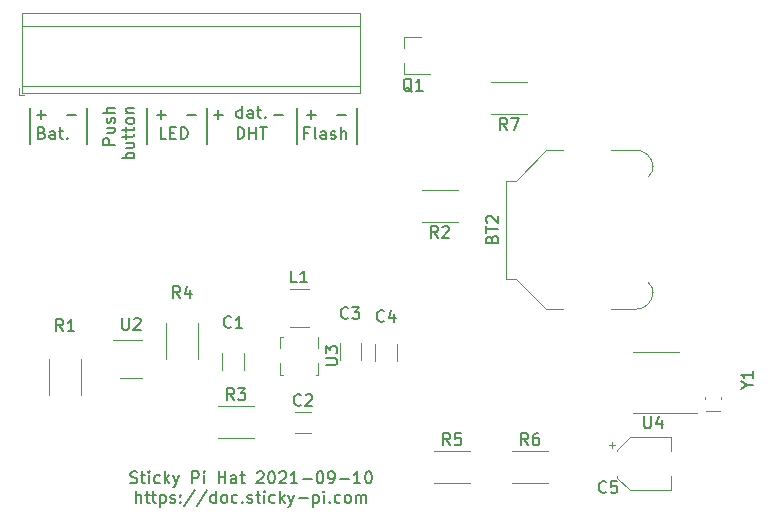
<source format=gbr>
G04 #@! TF.GenerationSoftware,KiCad,Pcbnew,5.1.10*
G04 #@! TF.CreationDate,2021-09-11T21:58:46-07:00*
G04 #@! TF.ProjectId,sticky_pi_hat,73746963-6b79-45f7-9069-5f6861742e6b,rev?*
G04 #@! TF.SameCoordinates,Original*
G04 #@! TF.FileFunction,Legend,Top*
G04 #@! TF.FilePolarity,Positive*
%FSLAX46Y46*%
G04 Gerber Fmt 4.6, Leading zero omitted, Abs format (unit mm)*
G04 Created by KiCad (PCBNEW 5.1.10) date 2021-09-11 21:58:46*
%MOMM*%
%LPD*%
G01*
G04 APERTURE LIST*
%ADD10C,0.150000*%
%ADD11C,0.120000*%
G04 APERTURE END LIST*
D10*
X131318095Y-95702380D02*
X131318095Y-94702380D01*
X131318095Y-95654761D02*
X131222857Y-95702380D01*
X131032380Y-95702380D01*
X130937142Y-95654761D01*
X130889523Y-95607142D01*
X130841904Y-95511904D01*
X130841904Y-95226190D01*
X130889523Y-95130952D01*
X130937142Y-95083333D01*
X131032380Y-95035714D01*
X131222857Y-95035714D01*
X131318095Y-95083333D01*
X132222857Y-95702380D02*
X132222857Y-95178571D01*
X132175238Y-95083333D01*
X132080000Y-95035714D01*
X131889523Y-95035714D01*
X131794285Y-95083333D01*
X132222857Y-95654761D02*
X132127619Y-95702380D01*
X131889523Y-95702380D01*
X131794285Y-95654761D01*
X131746666Y-95559523D01*
X131746666Y-95464285D01*
X131794285Y-95369047D01*
X131889523Y-95321428D01*
X132127619Y-95321428D01*
X132222857Y-95273809D01*
X132556190Y-95035714D02*
X132937142Y-95035714D01*
X132699047Y-94702380D02*
X132699047Y-95559523D01*
X132746666Y-95654761D01*
X132841904Y-95702380D01*
X132937142Y-95702380D01*
X133270476Y-95607142D02*
X133318095Y-95654761D01*
X133270476Y-95702380D01*
X133222857Y-95654761D01*
X133270476Y-95607142D01*
X133270476Y-95702380D01*
X137540952Y-95432571D02*
X136779047Y-95432571D01*
X137160000Y-95051619D02*
X137160000Y-95813523D01*
X140080952Y-95432571D02*
X139319047Y-95432571D01*
X136935928Y-96956571D02*
X136602595Y-96956571D01*
X136602595Y-97480380D02*
X136602595Y-96480380D01*
X137078785Y-96480380D01*
X137602595Y-97480380D02*
X137507357Y-97432761D01*
X137459738Y-97337523D01*
X137459738Y-96480380D01*
X138412119Y-97480380D02*
X138412119Y-96956571D01*
X138364500Y-96861333D01*
X138269261Y-96813714D01*
X138078785Y-96813714D01*
X137983547Y-96861333D01*
X138412119Y-97432761D02*
X138316880Y-97480380D01*
X138078785Y-97480380D01*
X137983547Y-97432761D01*
X137935928Y-97337523D01*
X137935928Y-97242285D01*
X137983547Y-97147047D01*
X138078785Y-97099428D01*
X138316880Y-97099428D01*
X138412119Y-97051809D01*
X138840690Y-97432761D02*
X138935928Y-97480380D01*
X139126404Y-97480380D01*
X139221642Y-97432761D01*
X139269261Y-97337523D01*
X139269261Y-97289904D01*
X139221642Y-97194666D01*
X139126404Y-97147047D01*
X138983547Y-97147047D01*
X138888309Y-97099428D01*
X138840690Y-97004190D01*
X138840690Y-96956571D01*
X138888309Y-96861333D01*
X138983547Y-96813714D01*
X139126404Y-96813714D01*
X139221642Y-96861333D01*
X139697833Y-97480380D02*
X139697833Y-96480380D01*
X140126404Y-97480380D02*
X140126404Y-96956571D01*
X140078785Y-96861333D01*
X139983547Y-96813714D01*
X139840690Y-96813714D01*
X139745452Y-96861333D01*
X139697833Y-96908952D01*
X134746952Y-95432571D02*
X133985047Y-95432571D01*
X130935071Y-97480380D02*
X130935071Y-96480380D01*
X131173166Y-96480380D01*
X131316023Y-96528000D01*
X131411261Y-96623238D01*
X131458880Y-96718476D01*
X131506500Y-96908952D01*
X131506500Y-97051809D01*
X131458880Y-97242285D01*
X131411261Y-97337523D01*
X131316023Y-97432761D01*
X131173166Y-97480380D01*
X130935071Y-97480380D01*
X131935071Y-97480380D02*
X131935071Y-96480380D01*
X131935071Y-96956571D02*
X132506500Y-96956571D01*
X132506500Y-97480380D02*
X132506500Y-96480380D01*
X132839833Y-96480380D02*
X133411261Y-96480380D01*
X133125547Y-97480380D02*
X133125547Y-96480380D01*
X129666952Y-95432571D02*
X128905047Y-95432571D01*
X129286000Y-95051619D02*
X129286000Y-95813523D01*
X141009619Y-97887119D02*
X141009619Y-97125214D01*
X141009619Y-97125214D02*
X141009619Y-96363309D01*
X141009619Y-96363309D02*
X141009619Y-95601404D01*
X141009619Y-95601404D02*
X141009619Y-94839500D01*
X135929619Y-97887119D02*
X135929619Y-97125214D01*
X135929619Y-97125214D02*
X135929619Y-96363309D01*
X135929619Y-96363309D02*
X135929619Y-95601404D01*
X135929619Y-95601404D02*
X135929619Y-94839500D01*
X128309619Y-97887119D02*
X128309619Y-97125214D01*
X128309619Y-97125214D02*
X128309619Y-96363309D01*
X128309619Y-96363309D02*
X128309619Y-95601404D01*
X128309619Y-95601404D02*
X128309619Y-94839500D01*
X123229619Y-97887119D02*
X123229619Y-97125214D01*
X123229619Y-97125214D02*
X123229619Y-96363309D01*
X123229619Y-96363309D02*
X123229619Y-95601404D01*
X123229619Y-95601404D02*
X123229619Y-94839500D01*
X113323619Y-97887119D02*
X113323619Y-97125214D01*
X113323619Y-97125214D02*
X113323619Y-96363309D01*
X113323619Y-96363309D02*
X113323619Y-95601404D01*
X113323619Y-95601404D02*
X113323619Y-94839500D01*
X118149619Y-97887119D02*
X118149619Y-97125214D01*
X118149619Y-97125214D02*
X118149619Y-96363309D01*
X118149619Y-96363309D02*
X118149619Y-95601404D01*
X118149619Y-95601404D02*
X118149619Y-94839500D01*
X124840952Y-95432571D02*
X124079047Y-95432571D01*
X124460000Y-95051619D02*
X124460000Y-95813523D01*
X124902500Y-97480380D02*
X124426309Y-97480380D01*
X124426309Y-96480380D01*
X125235833Y-96956571D02*
X125569166Y-96956571D01*
X125712023Y-97480380D02*
X125235833Y-97480380D01*
X125235833Y-96480380D01*
X125712023Y-96480380D01*
X126140595Y-97480380D02*
X126140595Y-96480380D01*
X126378690Y-96480380D01*
X126521547Y-96528000D01*
X126616785Y-96623238D01*
X126664404Y-96718476D01*
X126712023Y-96908952D01*
X126712023Y-97051809D01*
X126664404Y-97242285D01*
X126616785Y-97337523D01*
X126521547Y-97432761D01*
X126378690Y-97480380D01*
X126140595Y-97480380D01*
X127380952Y-95432571D02*
X126619047Y-95432571D01*
X114361547Y-96956571D02*
X114504404Y-97004190D01*
X114552023Y-97051809D01*
X114599642Y-97147047D01*
X114599642Y-97289904D01*
X114552023Y-97385142D01*
X114504404Y-97432761D01*
X114409166Y-97480380D01*
X114028214Y-97480380D01*
X114028214Y-96480380D01*
X114361547Y-96480380D01*
X114456785Y-96528000D01*
X114504404Y-96575619D01*
X114552023Y-96670857D01*
X114552023Y-96766095D01*
X114504404Y-96861333D01*
X114456785Y-96908952D01*
X114361547Y-96956571D01*
X114028214Y-96956571D01*
X115456785Y-97480380D02*
X115456785Y-96956571D01*
X115409166Y-96861333D01*
X115313928Y-96813714D01*
X115123452Y-96813714D01*
X115028214Y-96861333D01*
X115456785Y-97432761D02*
X115361547Y-97480380D01*
X115123452Y-97480380D01*
X115028214Y-97432761D01*
X114980595Y-97337523D01*
X114980595Y-97242285D01*
X115028214Y-97147047D01*
X115123452Y-97099428D01*
X115361547Y-97099428D01*
X115456785Y-97051809D01*
X115790119Y-96813714D02*
X116171071Y-96813714D01*
X115932976Y-96480380D02*
X115932976Y-97337523D01*
X115980595Y-97432761D01*
X116075833Y-97480380D01*
X116171071Y-97480380D01*
X116504404Y-97385142D02*
X116552023Y-97432761D01*
X116504404Y-97480380D01*
X116456785Y-97432761D01*
X116504404Y-97385142D01*
X116504404Y-97480380D01*
X117220952Y-95432571D02*
X116459047Y-95432571D01*
X120531380Y-97966452D02*
X119531380Y-97966452D01*
X119531380Y-97585500D01*
X119579000Y-97490261D01*
X119626619Y-97442642D01*
X119721857Y-97395023D01*
X119864714Y-97395023D01*
X119959952Y-97442642D01*
X120007571Y-97490261D01*
X120055190Y-97585500D01*
X120055190Y-97966452D01*
X119864714Y-96537880D02*
X120531380Y-96537880D01*
X119864714Y-96966452D02*
X120388523Y-96966452D01*
X120483761Y-96918833D01*
X120531380Y-96823595D01*
X120531380Y-96680738D01*
X120483761Y-96585500D01*
X120436142Y-96537880D01*
X120483761Y-96109309D02*
X120531380Y-96014071D01*
X120531380Y-95823595D01*
X120483761Y-95728357D01*
X120388523Y-95680738D01*
X120340904Y-95680738D01*
X120245666Y-95728357D01*
X120198047Y-95823595D01*
X120198047Y-95966452D01*
X120150428Y-96061690D01*
X120055190Y-96109309D01*
X120007571Y-96109309D01*
X119912333Y-96061690D01*
X119864714Y-95966452D01*
X119864714Y-95823595D01*
X119912333Y-95728357D01*
X120531380Y-95252166D02*
X119531380Y-95252166D01*
X120531380Y-94823595D02*
X120007571Y-94823595D01*
X119912333Y-94871214D01*
X119864714Y-94966452D01*
X119864714Y-95109309D01*
X119912333Y-95204547D01*
X119959952Y-95252166D01*
X122181380Y-99109309D02*
X121181380Y-99109309D01*
X121562333Y-99109309D02*
X121514714Y-99014071D01*
X121514714Y-98823595D01*
X121562333Y-98728357D01*
X121609952Y-98680738D01*
X121705190Y-98633119D01*
X121990904Y-98633119D01*
X122086142Y-98680738D01*
X122133761Y-98728357D01*
X122181380Y-98823595D01*
X122181380Y-99014071D01*
X122133761Y-99109309D01*
X121514714Y-97775976D02*
X122181380Y-97775976D01*
X121514714Y-98204547D02*
X122038523Y-98204547D01*
X122133761Y-98156928D01*
X122181380Y-98061690D01*
X122181380Y-97918833D01*
X122133761Y-97823595D01*
X122086142Y-97775976D01*
X121514714Y-97442642D02*
X121514714Y-97061690D01*
X121181380Y-97299785D02*
X122038523Y-97299785D01*
X122133761Y-97252166D01*
X122181380Y-97156928D01*
X122181380Y-97061690D01*
X121514714Y-96871214D02*
X121514714Y-96490261D01*
X121181380Y-96728357D02*
X122038523Y-96728357D01*
X122133761Y-96680738D01*
X122181380Y-96585500D01*
X122181380Y-96490261D01*
X122181380Y-96014071D02*
X122133761Y-96109309D01*
X122086142Y-96156928D01*
X121990904Y-96204547D01*
X121705190Y-96204547D01*
X121609952Y-96156928D01*
X121562333Y-96109309D01*
X121514714Y-96014071D01*
X121514714Y-95871214D01*
X121562333Y-95775976D01*
X121609952Y-95728357D01*
X121705190Y-95680738D01*
X121990904Y-95680738D01*
X122086142Y-95728357D01*
X122133761Y-95775976D01*
X122181380Y-95871214D01*
X122181380Y-96014071D01*
X121514714Y-95252166D02*
X122181380Y-95252166D01*
X121609952Y-95252166D02*
X121562333Y-95204547D01*
X121514714Y-95109309D01*
X121514714Y-94966452D01*
X121562333Y-94871214D01*
X121657571Y-94823595D01*
X122181380Y-94823595D01*
X114680952Y-95432571D02*
X113919047Y-95432571D01*
X114300000Y-95051619D02*
X114300000Y-95813523D01*
X121865714Y-126579761D02*
X122008571Y-126627380D01*
X122246666Y-126627380D01*
X122341904Y-126579761D01*
X122389523Y-126532142D01*
X122437142Y-126436904D01*
X122437142Y-126341666D01*
X122389523Y-126246428D01*
X122341904Y-126198809D01*
X122246666Y-126151190D01*
X122056190Y-126103571D01*
X121960952Y-126055952D01*
X121913333Y-126008333D01*
X121865714Y-125913095D01*
X121865714Y-125817857D01*
X121913333Y-125722619D01*
X121960952Y-125675000D01*
X122056190Y-125627380D01*
X122294285Y-125627380D01*
X122437142Y-125675000D01*
X122722857Y-125960714D02*
X123103809Y-125960714D01*
X122865714Y-125627380D02*
X122865714Y-126484523D01*
X122913333Y-126579761D01*
X123008571Y-126627380D01*
X123103809Y-126627380D01*
X123437142Y-126627380D02*
X123437142Y-125960714D01*
X123437142Y-125627380D02*
X123389523Y-125675000D01*
X123437142Y-125722619D01*
X123484761Y-125675000D01*
X123437142Y-125627380D01*
X123437142Y-125722619D01*
X124341904Y-126579761D02*
X124246666Y-126627380D01*
X124056190Y-126627380D01*
X123960952Y-126579761D01*
X123913333Y-126532142D01*
X123865714Y-126436904D01*
X123865714Y-126151190D01*
X123913333Y-126055952D01*
X123960952Y-126008333D01*
X124056190Y-125960714D01*
X124246666Y-125960714D01*
X124341904Y-126008333D01*
X124770476Y-126627380D02*
X124770476Y-125627380D01*
X124865714Y-126246428D02*
X125151428Y-126627380D01*
X125151428Y-125960714D02*
X124770476Y-126341666D01*
X125484761Y-125960714D02*
X125722857Y-126627380D01*
X125960952Y-125960714D02*
X125722857Y-126627380D01*
X125627619Y-126865476D01*
X125580000Y-126913095D01*
X125484761Y-126960714D01*
X127103809Y-126627380D02*
X127103809Y-125627380D01*
X127484761Y-125627380D01*
X127580000Y-125675000D01*
X127627619Y-125722619D01*
X127675238Y-125817857D01*
X127675238Y-125960714D01*
X127627619Y-126055952D01*
X127580000Y-126103571D01*
X127484761Y-126151190D01*
X127103809Y-126151190D01*
X128103809Y-126627380D02*
X128103809Y-125960714D01*
X128103809Y-125627380D02*
X128056190Y-125675000D01*
X128103809Y-125722619D01*
X128151428Y-125675000D01*
X128103809Y-125627380D01*
X128103809Y-125722619D01*
X129341904Y-126627380D02*
X129341904Y-125627380D01*
X129341904Y-126103571D02*
X129913333Y-126103571D01*
X129913333Y-126627380D02*
X129913333Y-125627380D01*
X130818095Y-126627380D02*
X130818095Y-126103571D01*
X130770476Y-126008333D01*
X130675238Y-125960714D01*
X130484761Y-125960714D01*
X130389523Y-126008333D01*
X130818095Y-126579761D02*
X130722857Y-126627380D01*
X130484761Y-126627380D01*
X130389523Y-126579761D01*
X130341904Y-126484523D01*
X130341904Y-126389285D01*
X130389523Y-126294047D01*
X130484761Y-126246428D01*
X130722857Y-126246428D01*
X130818095Y-126198809D01*
X131151428Y-125960714D02*
X131532380Y-125960714D01*
X131294285Y-125627380D02*
X131294285Y-126484523D01*
X131341904Y-126579761D01*
X131437142Y-126627380D01*
X131532380Y-126627380D01*
X132580000Y-125722619D02*
X132627619Y-125675000D01*
X132722857Y-125627380D01*
X132960952Y-125627380D01*
X133056190Y-125675000D01*
X133103809Y-125722619D01*
X133151428Y-125817857D01*
X133151428Y-125913095D01*
X133103809Y-126055952D01*
X132532380Y-126627380D01*
X133151428Y-126627380D01*
X133770476Y-125627380D02*
X133865714Y-125627380D01*
X133960952Y-125675000D01*
X134008571Y-125722619D01*
X134056190Y-125817857D01*
X134103809Y-126008333D01*
X134103809Y-126246428D01*
X134056190Y-126436904D01*
X134008571Y-126532142D01*
X133960952Y-126579761D01*
X133865714Y-126627380D01*
X133770476Y-126627380D01*
X133675238Y-126579761D01*
X133627619Y-126532142D01*
X133580000Y-126436904D01*
X133532380Y-126246428D01*
X133532380Y-126008333D01*
X133580000Y-125817857D01*
X133627619Y-125722619D01*
X133675238Y-125675000D01*
X133770476Y-125627380D01*
X134484761Y-125722619D02*
X134532380Y-125675000D01*
X134627619Y-125627380D01*
X134865714Y-125627380D01*
X134960952Y-125675000D01*
X135008571Y-125722619D01*
X135056190Y-125817857D01*
X135056190Y-125913095D01*
X135008571Y-126055952D01*
X134437142Y-126627380D01*
X135056190Y-126627380D01*
X136008571Y-126627380D02*
X135437142Y-126627380D01*
X135722857Y-126627380D02*
X135722857Y-125627380D01*
X135627619Y-125770238D01*
X135532380Y-125865476D01*
X135437142Y-125913095D01*
X136437142Y-126246428D02*
X137199047Y-126246428D01*
X137865714Y-125627380D02*
X137960952Y-125627380D01*
X138056190Y-125675000D01*
X138103809Y-125722619D01*
X138151428Y-125817857D01*
X138199047Y-126008333D01*
X138199047Y-126246428D01*
X138151428Y-126436904D01*
X138103809Y-126532142D01*
X138056190Y-126579761D01*
X137960952Y-126627380D01*
X137865714Y-126627380D01*
X137770476Y-126579761D01*
X137722857Y-126532142D01*
X137675238Y-126436904D01*
X137627619Y-126246428D01*
X137627619Y-126008333D01*
X137675238Y-125817857D01*
X137722857Y-125722619D01*
X137770476Y-125675000D01*
X137865714Y-125627380D01*
X138675238Y-126627380D02*
X138865714Y-126627380D01*
X138960952Y-126579761D01*
X139008571Y-126532142D01*
X139103809Y-126389285D01*
X139151428Y-126198809D01*
X139151428Y-125817857D01*
X139103809Y-125722619D01*
X139056190Y-125675000D01*
X138960952Y-125627380D01*
X138770476Y-125627380D01*
X138675238Y-125675000D01*
X138627619Y-125722619D01*
X138580000Y-125817857D01*
X138580000Y-126055952D01*
X138627619Y-126151190D01*
X138675238Y-126198809D01*
X138770476Y-126246428D01*
X138960952Y-126246428D01*
X139056190Y-126198809D01*
X139103809Y-126151190D01*
X139151428Y-126055952D01*
X139580000Y-126246428D02*
X140341904Y-126246428D01*
X141341904Y-126627380D02*
X140770476Y-126627380D01*
X141056190Y-126627380D02*
X141056190Y-125627380D01*
X140960952Y-125770238D01*
X140865714Y-125865476D01*
X140770476Y-125913095D01*
X141960952Y-125627380D02*
X142056190Y-125627380D01*
X142151428Y-125675000D01*
X142199047Y-125722619D01*
X142246666Y-125817857D01*
X142294285Y-126008333D01*
X142294285Y-126246428D01*
X142246666Y-126436904D01*
X142199047Y-126532142D01*
X142151428Y-126579761D01*
X142056190Y-126627380D01*
X141960952Y-126627380D01*
X141865714Y-126579761D01*
X141818095Y-126532142D01*
X141770476Y-126436904D01*
X141722857Y-126246428D01*
X141722857Y-126008333D01*
X141770476Y-125817857D01*
X141818095Y-125722619D01*
X141865714Y-125675000D01*
X141960952Y-125627380D01*
X122341904Y-128277380D02*
X122341904Y-127277380D01*
X122770476Y-128277380D02*
X122770476Y-127753571D01*
X122722857Y-127658333D01*
X122627619Y-127610714D01*
X122484761Y-127610714D01*
X122389523Y-127658333D01*
X122341904Y-127705952D01*
X123103809Y-127610714D02*
X123484761Y-127610714D01*
X123246666Y-127277380D02*
X123246666Y-128134523D01*
X123294285Y-128229761D01*
X123389523Y-128277380D01*
X123484761Y-128277380D01*
X123675238Y-127610714D02*
X124056190Y-127610714D01*
X123818095Y-127277380D02*
X123818095Y-128134523D01*
X123865714Y-128229761D01*
X123960952Y-128277380D01*
X124056190Y-128277380D01*
X124389523Y-127610714D02*
X124389523Y-128610714D01*
X124389523Y-127658333D02*
X124484761Y-127610714D01*
X124675238Y-127610714D01*
X124770476Y-127658333D01*
X124818095Y-127705952D01*
X124865714Y-127801190D01*
X124865714Y-128086904D01*
X124818095Y-128182142D01*
X124770476Y-128229761D01*
X124675238Y-128277380D01*
X124484761Y-128277380D01*
X124389523Y-128229761D01*
X125246666Y-128229761D02*
X125341904Y-128277380D01*
X125532380Y-128277380D01*
X125627619Y-128229761D01*
X125675238Y-128134523D01*
X125675238Y-128086904D01*
X125627619Y-127991666D01*
X125532380Y-127944047D01*
X125389523Y-127944047D01*
X125294285Y-127896428D01*
X125246666Y-127801190D01*
X125246666Y-127753571D01*
X125294285Y-127658333D01*
X125389523Y-127610714D01*
X125532380Y-127610714D01*
X125627619Y-127658333D01*
X126103809Y-128182142D02*
X126151428Y-128229761D01*
X126103809Y-128277380D01*
X126056190Y-128229761D01*
X126103809Y-128182142D01*
X126103809Y-128277380D01*
X126103809Y-127658333D02*
X126151428Y-127705952D01*
X126103809Y-127753571D01*
X126056190Y-127705952D01*
X126103809Y-127658333D01*
X126103809Y-127753571D01*
X127294285Y-127229761D02*
X126437142Y-128515476D01*
X128341904Y-127229761D02*
X127484761Y-128515476D01*
X129103809Y-128277380D02*
X129103809Y-127277380D01*
X129103809Y-128229761D02*
X129008571Y-128277380D01*
X128818095Y-128277380D01*
X128722857Y-128229761D01*
X128675238Y-128182142D01*
X128627619Y-128086904D01*
X128627619Y-127801190D01*
X128675238Y-127705952D01*
X128722857Y-127658333D01*
X128818095Y-127610714D01*
X129008571Y-127610714D01*
X129103809Y-127658333D01*
X129722857Y-128277380D02*
X129627619Y-128229761D01*
X129580000Y-128182142D01*
X129532380Y-128086904D01*
X129532380Y-127801190D01*
X129580000Y-127705952D01*
X129627619Y-127658333D01*
X129722857Y-127610714D01*
X129865714Y-127610714D01*
X129960952Y-127658333D01*
X130008571Y-127705952D01*
X130056190Y-127801190D01*
X130056190Y-128086904D01*
X130008571Y-128182142D01*
X129960952Y-128229761D01*
X129865714Y-128277380D01*
X129722857Y-128277380D01*
X130913333Y-128229761D02*
X130818095Y-128277380D01*
X130627619Y-128277380D01*
X130532380Y-128229761D01*
X130484761Y-128182142D01*
X130437142Y-128086904D01*
X130437142Y-127801190D01*
X130484761Y-127705952D01*
X130532380Y-127658333D01*
X130627619Y-127610714D01*
X130818095Y-127610714D01*
X130913333Y-127658333D01*
X131341904Y-128182142D02*
X131389523Y-128229761D01*
X131341904Y-128277380D01*
X131294285Y-128229761D01*
X131341904Y-128182142D01*
X131341904Y-128277380D01*
X131770476Y-128229761D02*
X131865714Y-128277380D01*
X132056190Y-128277380D01*
X132151428Y-128229761D01*
X132199047Y-128134523D01*
X132199047Y-128086904D01*
X132151428Y-127991666D01*
X132056190Y-127944047D01*
X131913333Y-127944047D01*
X131818095Y-127896428D01*
X131770476Y-127801190D01*
X131770476Y-127753571D01*
X131818095Y-127658333D01*
X131913333Y-127610714D01*
X132056190Y-127610714D01*
X132151428Y-127658333D01*
X132484761Y-127610714D02*
X132865714Y-127610714D01*
X132627619Y-127277380D02*
X132627619Y-128134523D01*
X132675238Y-128229761D01*
X132770476Y-128277380D01*
X132865714Y-128277380D01*
X133199047Y-128277380D02*
X133199047Y-127610714D01*
X133199047Y-127277380D02*
X133151428Y-127325000D01*
X133199047Y-127372619D01*
X133246666Y-127325000D01*
X133199047Y-127277380D01*
X133199047Y-127372619D01*
X134103809Y-128229761D02*
X134008571Y-128277380D01*
X133818095Y-128277380D01*
X133722857Y-128229761D01*
X133675238Y-128182142D01*
X133627619Y-128086904D01*
X133627619Y-127801190D01*
X133675238Y-127705952D01*
X133722857Y-127658333D01*
X133818095Y-127610714D01*
X134008571Y-127610714D01*
X134103809Y-127658333D01*
X134532380Y-128277380D02*
X134532380Y-127277380D01*
X134627619Y-127896428D02*
X134913333Y-128277380D01*
X134913333Y-127610714D02*
X134532380Y-127991666D01*
X135246666Y-127610714D02*
X135484761Y-128277380D01*
X135722857Y-127610714D02*
X135484761Y-128277380D01*
X135389523Y-128515476D01*
X135341904Y-128563095D01*
X135246666Y-128610714D01*
X136103809Y-127896428D02*
X136865714Y-127896428D01*
X137341904Y-127610714D02*
X137341904Y-128610714D01*
X137341904Y-127658333D02*
X137437142Y-127610714D01*
X137627619Y-127610714D01*
X137722857Y-127658333D01*
X137770476Y-127705952D01*
X137818095Y-127801190D01*
X137818095Y-128086904D01*
X137770476Y-128182142D01*
X137722857Y-128229761D01*
X137627619Y-128277380D01*
X137437142Y-128277380D01*
X137341904Y-128229761D01*
X138246666Y-128277380D02*
X138246666Y-127610714D01*
X138246666Y-127277380D02*
X138199047Y-127325000D01*
X138246666Y-127372619D01*
X138294285Y-127325000D01*
X138246666Y-127277380D01*
X138246666Y-127372619D01*
X138722857Y-128182142D02*
X138770476Y-128229761D01*
X138722857Y-128277380D01*
X138675238Y-128229761D01*
X138722857Y-128182142D01*
X138722857Y-128277380D01*
X139627619Y-128229761D02*
X139532380Y-128277380D01*
X139341904Y-128277380D01*
X139246666Y-128229761D01*
X139199047Y-128182142D01*
X139151428Y-128086904D01*
X139151428Y-127801190D01*
X139199047Y-127705952D01*
X139246666Y-127658333D01*
X139341904Y-127610714D01*
X139532380Y-127610714D01*
X139627619Y-127658333D01*
X140199047Y-128277380D02*
X140103809Y-128229761D01*
X140056190Y-128182142D01*
X140008571Y-128086904D01*
X140008571Y-127801190D01*
X140056190Y-127705952D01*
X140103809Y-127658333D01*
X140199047Y-127610714D01*
X140341904Y-127610714D01*
X140437142Y-127658333D01*
X140484761Y-127705952D01*
X140532380Y-127801190D01*
X140532380Y-128086904D01*
X140484761Y-128182142D01*
X140437142Y-128229761D01*
X140341904Y-128277380D01*
X140199047Y-128277380D01*
X140960952Y-128277380D02*
X140960952Y-127610714D01*
X140960952Y-127705952D02*
X141008571Y-127658333D01*
X141103809Y-127610714D01*
X141246666Y-127610714D01*
X141341904Y-127658333D01*
X141389523Y-127753571D01*
X141389523Y-128277380D01*
X141389523Y-127753571D02*
X141437142Y-127658333D01*
X141532380Y-127610714D01*
X141675238Y-127610714D01*
X141770476Y-127658333D01*
X141818095Y-127753571D01*
X141818095Y-128277380D01*
D11*
X157078000Y-98406000D02*
X158528000Y-98406000D01*
X154478000Y-101006000D02*
X157078000Y-98406000D01*
X153678000Y-101006000D02*
X154478000Y-101006000D01*
X153678000Y-109306000D02*
X153678000Y-101006000D01*
X154478000Y-109306000D02*
X153678000Y-109306000D01*
X157078000Y-111906000D02*
X154478000Y-109306000D01*
X158528000Y-111906000D02*
X157078000Y-111906000D01*
X162528000Y-111906000D02*
X164628000Y-111906000D01*
X162528000Y-98406000D02*
X164628000Y-98406000D01*
X164578000Y-111906000D02*
G75*
G03*
X166128000Y-110456000I50000J1500000D01*
G01*
X164578000Y-98406000D02*
G75*
G02*
X166128000Y-99856000I50000J-1500000D01*
G01*
X166112160Y-110570615D02*
G75*
G03*
X165728000Y-109656000I-984160J124615D01*
G01*
X166112160Y-99741385D02*
G75*
G02*
X165728000Y-100656000I-984160J-124615D01*
G01*
X170496000Y-119480000D02*
X170496000Y-119280000D01*
X171896000Y-119480000D02*
X171896000Y-119280000D01*
X170596000Y-120480000D02*
X171796000Y-120480000D01*
X134519000Y-116474000D02*
X134519000Y-117449000D01*
X137769000Y-114199000D02*
X137769000Y-115174000D01*
X137769000Y-116474000D02*
X137769000Y-117449000D01*
X134519000Y-114199000D02*
X134519000Y-115174000D01*
X137544000Y-117449000D02*
X137769000Y-117449000D01*
X134744000Y-117449000D02*
X134519000Y-117449000D01*
X134519000Y-114199000D02*
X134744000Y-114199000D01*
X167614000Y-127228000D02*
X167614000Y-126028000D01*
X167614000Y-122708000D02*
X167614000Y-123908000D01*
X164158437Y-122708000D02*
X167614000Y-122708000D01*
X164158437Y-127228000D02*
X167614000Y-127228000D01*
X163094000Y-126163563D02*
X163094000Y-126028000D01*
X163094000Y-123772437D02*
X163094000Y-123908000D01*
X163094000Y-123772437D02*
X164158437Y-122708000D01*
X163094000Y-126163563D02*
X164158437Y-127228000D01*
X162354000Y-123408000D02*
X162854000Y-123408000D01*
X162604000Y-123158000D02*
X162604000Y-123658000D01*
X155451064Y-95340000D02*
X152396936Y-95340000D01*
X155451064Y-92620000D02*
X152396936Y-92620000D01*
X145036000Y-88844000D02*
X146496000Y-88844000D01*
X145036000Y-92004000D02*
X147196000Y-92004000D01*
X145036000Y-92004000D02*
X145036000Y-91074000D01*
X145036000Y-88844000D02*
X145036000Y-89774000D01*
X166370000Y-120670000D02*
X169820000Y-120670000D01*
X166370000Y-120670000D02*
X164420000Y-120670000D01*
X166370000Y-115550000D02*
X168320000Y-115550000D01*
X166370000Y-115550000D02*
X164420000Y-115550000D01*
X131466000Y-115620748D02*
X131466000Y-117043252D01*
X129646000Y-115620748D02*
X129646000Y-117043252D01*
X121020000Y-117688000D02*
X122820000Y-117688000D01*
X122820000Y-114468000D02*
X120370000Y-114468000D01*
X154174936Y-123862000D02*
X157229064Y-123862000D01*
X154174936Y-126582000D02*
X157229064Y-126582000D01*
X147570936Y-123862000D02*
X150625064Y-123862000D01*
X147570936Y-126582000D02*
X150625064Y-126582000D01*
X124878000Y-116081064D02*
X124878000Y-113026936D01*
X127598000Y-116081064D02*
X127598000Y-113026936D01*
X129282936Y-120052000D02*
X132337064Y-120052000D01*
X129282936Y-122772000D02*
X132337064Y-122772000D01*
X149582564Y-104484000D02*
X146528436Y-104484000D01*
X149582564Y-101764000D02*
X146528436Y-101764000D01*
X114972000Y-119129064D02*
X114972000Y-116074936D01*
X117692000Y-119129064D02*
X117692000Y-116074936D01*
X136944000Y-110160000D02*
X135344000Y-110160000D01*
X136944000Y-113360000D02*
X135344000Y-113360000D01*
X112680000Y-93020000D02*
X141320000Y-93020000D01*
X112680000Y-87920000D02*
X141320000Y-87920000D01*
X112680000Y-86800000D02*
X141320000Y-86800000D01*
X112680000Y-93540000D02*
X141320000Y-93540000D01*
X112680000Y-86800000D02*
X112680000Y-93540000D01*
X141320000Y-86800000D02*
X141320000Y-93540000D01*
X112440000Y-93140000D02*
X112440000Y-93780000D01*
X112440000Y-93780000D02*
X112840000Y-93780000D01*
X144420000Y-114858748D02*
X144420000Y-116281252D01*
X142600000Y-114858748D02*
X142600000Y-116281252D01*
X141410000Y-114763748D02*
X141410000Y-116186252D01*
X139590000Y-114763748D02*
X139590000Y-116186252D01*
X137186252Y-122410000D02*
X135763748Y-122410000D01*
X137186252Y-120590000D02*
X135763748Y-120590000D01*
D10*
X152456571Y-105941714D02*
X152504190Y-105798857D01*
X152551809Y-105751238D01*
X152647047Y-105703619D01*
X152789904Y-105703619D01*
X152885142Y-105751238D01*
X152932761Y-105798857D01*
X152980380Y-105894095D01*
X152980380Y-106275047D01*
X151980380Y-106275047D01*
X151980380Y-105941714D01*
X152028000Y-105846476D01*
X152075619Y-105798857D01*
X152170857Y-105751238D01*
X152266095Y-105751238D01*
X152361333Y-105798857D01*
X152408952Y-105846476D01*
X152456571Y-105941714D01*
X152456571Y-106275047D01*
X151980380Y-105417904D02*
X151980380Y-104846476D01*
X152980380Y-105132190D02*
X151980380Y-105132190D01*
X152075619Y-104560761D02*
X152028000Y-104513142D01*
X151980380Y-104417904D01*
X151980380Y-104179809D01*
X152028000Y-104084571D01*
X152075619Y-104036952D01*
X152170857Y-103989333D01*
X152266095Y-103989333D01*
X152408952Y-104036952D01*
X152980380Y-104608380D01*
X152980380Y-103989333D01*
X174093190Y-118332190D02*
X174569380Y-118332190D01*
X173569380Y-118665523D02*
X174093190Y-118332190D01*
X173569380Y-117998857D01*
X174569380Y-117141714D02*
X174569380Y-117713142D01*
X174569380Y-117427428D02*
X173569380Y-117427428D01*
X173712238Y-117522666D01*
X173807476Y-117617904D01*
X173855095Y-117713142D01*
X138396380Y-116585904D02*
X139205904Y-116585904D01*
X139301142Y-116538285D01*
X139348761Y-116490666D01*
X139396380Y-116395428D01*
X139396380Y-116204952D01*
X139348761Y-116109714D01*
X139301142Y-116062095D01*
X139205904Y-116014476D01*
X138396380Y-116014476D01*
X138396380Y-115633523D02*
X138396380Y-115014476D01*
X138777333Y-115347809D01*
X138777333Y-115204952D01*
X138824952Y-115109714D01*
X138872571Y-115062095D01*
X138967809Y-115014476D01*
X139205904Y-115014476D01*
X139301142Y-115062095D01*
X139348761Y-115109714D01*
X139396380Y-115204952D01*
X139396380Y-115490666D01*
X139348761Y-115585904D01*
X139301142Y-115633523D01*
X162139333Y-127357142D02*
X162091714Y-127404761D01*
X161948857Y-127452380D01*
X161853619Y-127452380D01*
X161710761Y-127404761D01*
X161615523Y-127309523D01*
X161567904Y-127214285D01*
X161520285Y-127023809D01*
X161520285Y-126880952D01*
X161567904Y-126690476D01*
X161615523Y-126595238D01*
X161710761Y-126500000D01*
X161853619Y-126452380D01*
X161948857Y-126452380D01*
X162091714Y-126500000D01*
X162139333Y-126547619D01*
X163044095Y-126452380D02*
X162567904Y-126452380D01*
X162520285Y-126928571D01*
X162567904Y-126880952D01*
X162663142Y-126833333D01*
X162901238Y-126833333D01*
X162996476Y-126880952D01*
X163044095Y-126928571D01*
X163091714Y-127023809D01*
X163091714Y-127261904D01*
X163044095Y-127357142D01*
X162996476Y-127404761D01*
X162901238Y-127452380D01*
X162663142Y-127452380D01*
X162567904Y-127404761D01*
X162520285Y-127357142D01*
X153757333Y-96712380D02*
X153424000Y-96236190D01*
X153185904Y-96712380D02*
X153185904Y-95712380D01*
X153566857Y-95712380D01*
X153662095Y-95760000D01*
X153709714Y-95807619D01*
X153757333Y-95902857D01*
X153757333Y-96045714D01*
X153709714Y-96140952D01*
X153662095Y-96188571D01*
X153566857Y-96236190D01*
X153185904Y-96236190D01*
X154090666Y-95712380D02*
X154757333Y-95712380D01*
X154328761Y-96712380D01*
X145700761Y-93471619D02*
X145605523Y-93424000D01*
X145510285Y-93328761D01*
X145367428Y-93185904D01*
X145272190Y-93138285D01*
X145176952Y-93138285D01*
X145224571Y-93376380D02*
X145129333Y-93328761D01*
X145034095Y-93233523D01*
X144986476Y-93043047D01*
X144986476Y-92709714D01*
X145034095Y-92519238D01*
X145129333Y-92424000D01*
X145224571Y-92376380D01*
X145415047Y-92376380D01*
X145510285Y-92424000D01*
X145605523Y-92519238D01*
X145653142Y-92709714D01*
X145653142Y-93043047D01*
X145605523Y-93233523D01*
X145510285Y-93328761D01*
X145415047Y-93376380D01*
X145224571Y-93376380D01*
X146605523Y-93376380D02*
X146034095Y-93376380D01*
X146319809Y-93376380D02*
X146319809Y-92376380D01*
X146224571Y-92519238D01*
X146129333Y-92614476D01*
X146034095Y-92662095D01*
X165354095Y-120962380D02*
X165354095Y-121771904D01*
X165401714Y-121867142D01*
X165449333Y-121914761D01*
X165544571Y-121962380D01*
X165735047Y-121962380D01*
X165830285Y-121914761D01*
X165877904Y-121867142D01*
X165925523Y-121771904D01*
X165925523Y-120962380D01*
X166830285Y-121295714D02*
X166830285Y-121962380D01*
X166592190Y-120914761D02*
X166354095Y-121629047D01*
X166973142Y-121629047D01*
X130389333Y-113387142D02*
X130341714Y-113434761D01*
X130198857Y-113482380D01*
X130103619Y-113482380D01*
X129960761Y-113434761D01*
X129865523Y-113339523D01*
X129817904Y-113244285D01*
X129770285Y-113053809D01*
X129770285Y-112910952D01*
X129817904Y-112720476D01*
X129865523Y-112625238D01*
X129960761Y-112530000D01*
X130103619Y-112482380D01*
X130198857Y-112482380D01*
X130341714Y-112530000D01*
X130389333Y-112577619D01*
X131341714Y-113482380D02*
X130770285Y-113482380D01*
X131056000Y-113482380D02*
X131056000Y-112482380D01*
X130960761Y-112625238D01*
X130865523Y-112720476D01*
X130770285Y-112768095D01*
X121158095Y-112630380D02*
X121158095Y-113439904D01*
X121205714Y-113535142D01*
X121253333Y-113582761D01*
X121348571Y-113630380D01*
X121539047Y-113630380D01*
X121634285Y-113582761D01*
X121681904Y-113535142D01*
X121729523Y-113439904D01*
X121729523Y-112630380D01*
X122158095Y-112725619D02*
X122205714Y-112678000D01*
X122300952Y-112630380D01*
X122539047Y-112630380D01*
X122634285Y-112678000D01*
X122681904Y-112725619D01*
X122729523Y-112820857D01*
X122729523Y-112916095D01*
X122681904Y-113058952D01*
X122110476Y-113630380D01*
X122729523Y-113630380D01*
X155535333Y-123394380D02*
X155202000Y-122918190D01*
X154963904Y-123394380D02*
X154963904Y-122394380D01*
X155344857Y-122394380D01*
X155440095Y-122442000D01*
X155487714Y-122489619D01*
X155535333Y-122584857D01*
X155535333Y-122727714D01*
X155487714Y-122822952D01*
X155440095Y-122870571D01*
X155344857Y-122918190D01*
X154963904Y-122918190D01*
X156392476Y-122394380D02*
X156202000Y-122394380D01*
X156106761Y-122442000D01*
X156059142Y-122489619D01*
X155963904Y-122632476D01*
X155916285Y-122822952D01*
X155916285Y-123203904D01*
X155963904Y-123299142D01*
X156011523Y-123346761D01*
X156106761Y-123394380D01*
X156297238Y-123394380D01*
X156392476Y-123346761D01*
X156440095Y-123299142D01*
X156487714Y-123203904D01*
X156487714Y-122965809D01*
X156440095Y-122870571D01*
X156392476Y-122822952D01*
X156297238Y-122775333D01*
X156106761Y-122775333D01*
X156011523Y-122822952D01*
X155963904Y-122870571D01*
X155916285Y-122965809D01*
X148931333Y-123394380D02*
X148598000Y-122918190D01*
X148359904Y-123394380D02*
X148359904Y-122394380D01*
X148740857Y-122394380D01*
X148836095Y-122442000D01*
X148883714Y-122489619D01*
X148931333Y-122584857D01*
X148931333Y-122727714D01*
X148883714Y-122822952D01*
X148836095Y-122870571D01*
X148740857Y-122918190D01*
X148359904Y-122918190D01*
X149836095Y-122394380D02*
X149359904Y-122394380D01*
X149312285Y-122870571D01*
X149359904Y-122822952D01*
X149455142Y-122775333D01*
X149693238Y-122775333D01*
X149788476Y-122822952D01*
X149836095Y-122870571D01*
X149883714Y-122965809D01*
X149883714Y-123203904D01*
X149836095Y-123299142D01*
X149788476Y-123346761D01*
X149693238Y-123394380D01*
X149455142Y-123394380D01*
X149359904Y-123346761D01*
X149312285Y-123299142D01*
X126071333Y-110942380D02*
X125738000Y-110466190D01*
X125499904Y-110942380D02*
X125499904Y-109942380D01*
X125880857Y-109942380D01*
X125976095Y-109990000D01*
X126023714Y-110037619D01*
X126071333Y-110132857D01*
X126071333Y-110275714D01*
X126023714Y-110370952D01*
X125976095Y-110418571D01*
X125880857Y-110466190D01*
X125499904Y-110466190D01*
X126928476Y-110275714D02*
X126928476Y-110942380D01*
X126690380Y-109894761D02*
X126452285Y-110609047D01*
X127071333Y-110609047D01*
X130643333Y-119584380D02*
X130310000Y-119108190D01*
X130071904Y-119584380D02*
X130071904Y-118584380D01*
X130452857Y-118584380D01*
X130548095Y-118632000D01*
X130595714Y-118679619D01*
X130643333Y-118774857D01*
X130643333Y-118917714D01*
X130595714Y-119012952D01*
X130548095Y-119060571D01*
X130452857Y-119108190D01*
X130071904Y-119108190D01*
X130976666Y-118584380D02*
X131595714Y-118584380D01*
X131262380Y-118965333D01*
X131405238Y-118965333D01*
X131500476Y-119012952D01*
X131548095Y-119060571D01*
X131595714Y-119155809D01*
X131595714Y-119393904D01*
X131548095Y-119489142D01*
X131500476Y-119536761D01*
X131405238Y-119584380D01*
X131119523Y-119584380D01*
X131024285Y-119536761D01*
X130976666Y-119489142D01*
X147888833Y-105856380D02*
X147555500Y-105380190D01*
X147317404Y-105856380D02*
X147317404Y-104856380D01*
X147698357Y-104856380D01*
X147793595Y-104904000D01*
X147841214Y-104951619D01*
X147888833Y-105046857D01*
X147888833Y-105189714D01*
X147841214Y-105284952D01*
X147793595Y-105332571D01*
X147698357Y-105380190D01*
X147317404Y-105380190D01*
X148269785Y-104951619D02*
X148317404Y-104904000D01*
X148412642Y-104856380D01*
X148650738Y-104856380D01*
X148745976Y-104904000D01*
X148793595Y-104951619D01*
X148841214Y-105046857D01*
X148841214Y-105142095D01*
X148793595Y-105284952D01*
X148222166Y-105856380D01*
X148841214Y-105856380D01*
X116165333Y-113736380D02*
X115832000Y-113260190D01*
X115593904Y-113736380D02*
X115593904Y-112736380D01*
X115974857Y-112736380D01*
X116070095Y-112784000D01*
X116117714Y-112831619D01*
X116165333Y-112926857D01*
X116165333Y-113069714D01*
X116117714Y-113164952D01*
X116070095Y-113212571D01*
X115974857Y-113260190D01*
X115593904Y-113260190D01*
X117117714Y-113736380D02*
X116546285Y-113736380D01*
X116832000Y-113736380D02*
X116832000Y-112736380D01*
X116736761Y-112879238D01*
X116641523Y-112974476D01*
X116546285Y-113022095D01*
X135977333Y-109612380D02*
X135501142Y-109612380D01*
X135501142Y-108612380D01*
X136834476Y-109612380D02*
X136263047Y-109612380D01*
X136548761Y-109612380D02*
X136548761Y-108612380D01*
X136453523Y-108755238D01*
X136358285Y-108850476D01*
X136263047Y-108898095D01*
X143343333Y-112879142D02*
X143295714Y-112926761D01*
X143152857Y-112974380D01*
X143057619Y-112974380D01*
X142914761Y-112926761D01*
X142819523Y-112831523D01*
X142771904Y-112736285D01*
X142724285Y-112545809D01*
X142724285Y-112402952D01*
X142771904Y-112212476D01*
X142819523Y-112117238D01*
X142914761Y-112022000D01*
X143057619Y-111974380D01*
X143152857Y-111974380D01*
X143295714Y-112022000D01*
X143343333Y-112069619D01*
X144200476Y-112307714D02*
X144200476Y-112974380D01*
X143962380Y-111926761D02*
X143724285Y-112641047D01*
X144343333Y-112641047D01*
X140295333Y-112625142D02*
X140247714Y-112672761D01*
X140104857Y-112720380D01*
X140009619Y-112720380D01*
X139866761Y-112672761D01*
X139771523Y-112577523D01*
X139723904Y-112482285D01*
X139676285Y-112291809D01*
X139676285Y-112148952D01*
X139723904Y-111958476D01*
X139771523Y-111863238D01*
X139866761Y-111768000D01*
X140009619Y-111720380D01*
X140104857Y-111720380D01*
X140247714Y-111768000D01*
X140295333Y-111815619D01*
X140628666Y-111720380D02*
X141247714Y-111720380D01*
X140914380Y-112101333D01*
X141057238Y-112101333D01*
X141152476Y-112148952D01*
X141200095Y-112196571D01*
X141247714Y-112291809D01*
X141247714Y-112529904D01*
X141200095Y-112625142D01*
X141152476Y-112672761D01*
X141057238Y-112720380D01*
X140771523Y-112720380D01*
X140676285Y-112672761D01*
X140628666Y-112625142D01*
X136308333Y-119991142D02*
X136260714Y-120038761D01*
X136117857Y-120086380D01*
X136022619Y-120086380D01*
X135879761Y-120038761D01*
X135784523Y-119943523D01*
X135736904Y-119848285D01*
X135689285Y-119657809D01*
X135689285Y-119514952D01*
X135736904Y-119324476D01*
X135784523Y-119229238D01*
X135879761Y-119134000D01*
X136022619Y-119086380D01*
X136117857Y-119086380D01*
X136260714Y-119134000D01*
X136308333Y-119181619D01*
X136689285Y-119181619D02*
X136736904Y-119134000D01*
X136832142Y-119086380D01*
X137070238Y-119086380D01*
X137165476Y-119134000D01*
X137213095Y-119181619D01*
X137260714Y-119276857D01*
X137260714Y-119372095D01*
X137213095Y-119514952D01*
X136641666Y-120086380D01*
X137260714Y-120086380D01*
M02*

</source>
